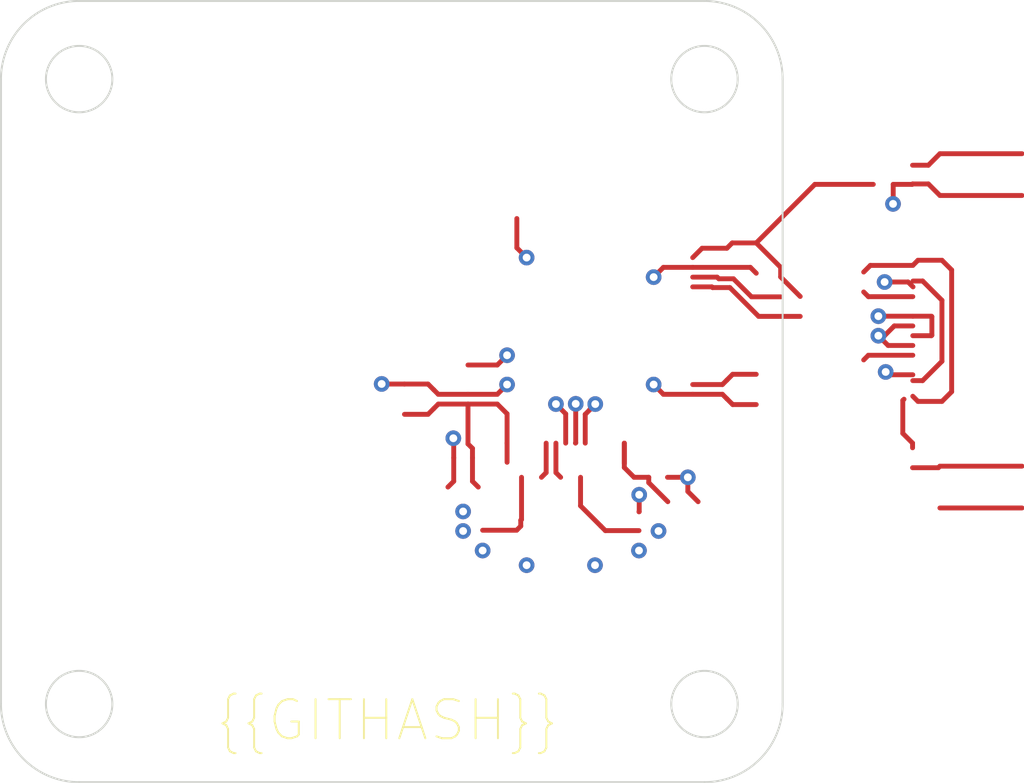
<source format=kicad_pcb>
(kicad_pcb
	(version 20240108)
	(generator "pcbnew")
	(generator_version "8.0")
	(general
		(thickness 1.6)
		(legacy_teardrops no)
	)
	(paper "A4")
	(layers
		(0 "F.Cu" signal)
		(31 "B.Cu" signal)
		(32 "B.Adhes" user "B.Adhesive")
		(33 "F.Adhes" user "F.Adhesive")
		(34 "B.Paste" user)
		(35 "F.Paste" user)
		(36 "B.SilkS" user "B.Silkscreen")
		(37 "F.SilkS" user "F.Silkscreen")
		(38 "B.Mask" user)
		(39 "F.Mask" user)
		(40 "Dwgs.User" user "User.Drawings")
		(41 "Cmts.User" user "User.Comments")
		(42 "Eco1.User" user "User.Eco1")
		(43 "Eco2.User" user "User.Eco2")
		(44 "Edge.Cuts" user)
		(45 "Margin" user)
		(46 "B.CrtYd" user "B.Courtyard")
		(47 "F.CrtYd" user "F.Courtyard")
		(48 "B.Fab" user)
		(49 "F.Fab" user)
		(50 "User.1" user)
		(51 "User.2" user)
		(52 "User.3" user)
		(53 "User.4" user)
		(54 "User.5" user)
		(55 "User.6" user)
		(56 "User.7" user)
		(57 "User.8" user)
		(58 "User.9" user)
	)
	(setup
		(stackup
			(layer "F.SilkS"
				(type "Top Silk Screen")
			)
			(layer "F.Paste"
				(type "Top Solder Paste")
			)
			(layer "F.Mask"
				(type "Top Solder Mask")
				(thickness 0.01)
			)
			(layer "F.Cu"
				(type "copper")
				(thickness 0.035)
			)
			(layer "dielectric 1"
				(type "core")
				(thickness 1.51)
				(material "FR4")
				(epsilon_r 4.5)
				(loss_tangent 0.02)
			)
			(layer "B.Cu"
				(type "copper")
				(thickness 0.035)
			)
			(layer "B.Mask"
				(type "Bottom Solder Mask")
				(thickness 0.01)
			)
			(layer "B.Paste"
				(type "Bottom Solder Paste")
			)
			(layer "B.SilkS"
				(type "Bottom Silk Screen")
			)
			(copper_finish "None")
			(dielectric_constraints no)
		)
		(pad_to_mask_clearance 0)
		(allow_soldermask_bridges_in_footprints no)
		(pcbplotparams
			(layerselection 0x00010fc_ffffffff)
			(plot_on_all_layers_selection 0x0000000_00000000)
			(disableapertmacros no)
			(usegerberextensions no)
			(usegerberattributes yes)
			(usegerberadvancedattributes yes)
			(creategerberjobfile yes)
			(dashed_line_dash_ratio 12.000000)
			(dashed_line_gap_ratio 3.000000)
			(svgprecision 4)
			(plotframeref no)
			(viasonmask no)
			(mode 1)
			(useauxorigin no)
			(hpglpennumber 1)
			(hpglpenspeed 20)
			(hpglpendiameter 15.000000)
			(pdf_front_fp_property_popups yes)
			(pdf_back_fp_property_popups yes)
			(dxfpolygonmode yes)
			(dxfimperialunits yes)
			(dxfusepcbnewfont yes)
			(psnegative no)
			(psa4output no)
			(plotreference yes)
			(plotvalue yes)
			(plotfptext yes)
			(plotinvisibletext no)
			(sketchpadsonfab no)
			(subtractmaskfromsilk no)
			(outputformat 1)
			(mirror no)
			(drillshape 1)
			(scaleselection 1)
			(outputdirectory "")
		)
	)
	(net 0 "")
	(gr_circle
		(center 133.352 82.11)
		(end 135.052 82.11)
		(stroke
			(width 0.1)
			(type solid)
		)
		(fill none)
		(layer "Edge.Cuts")
		(uuid "019c0a6d-9bb8-42f8-8584-8f200b71a27b")
	)
	(gr_circle
		(center 165.352 114.11)
		(end 167.052 114.11)
		(stroke
			(width 0.1)
			(type solid)
		)
		(fill none)
		(layer "Edge.Cuts")
		(uuid "097c55d3-ce7a-4886-a7db-9a4e9fcd0127")
	)
	(gr_circle
		(center 165.352 82.11)
		(end 167.052 82.11)
		(stroke
			(width 0.1)
			(type solid)
		)
		(fill none)
		(layer "Edge.Cuts")
		(uuid "0e8e5788-23b0-4e0e-993f-a94957498ae3")
	)
	(gr_arc
		(start 169.352 114.11)
		(mid 168.180427 116.938427)
		(end 165.352 118.11)
		(stroke
			(width 0.1)
			(type solid)
		)
		(layer "Edge.Cuts")
		(uuid "178364bc-250e-4a39-b0ba-4262bbac4b46")
	)
	(gr_arc
		(start 133.352 118.11)
		(mid 130.523573 116.938427)
		(end 129.352 114.11)
		(stroke
			(width 0.1)
			(type solid)
		)
		(layer "Edge.Cuts")
		(uuid "3d8baf97-c836-4397-867c-23e52ff05ce1")
	)
	(gr_line
		(start 169.352 114.11)
		(end 169.352 82.11)
		(stroke
			(width 0.1)
			(type solid)
		)
		(layer "Edge.Cuts")
		(uuid "871dfad9-a85d-42ce-9d2d-6520fae7f4c4")
	)
	(gr_line
		(start 129.352 82.11)
		(end 129.352 114.11)
		(stroke
			(width 0.1)
			(type solid)
		)
		(layer "Edge.Cuts")
		(uuid "8baef1cd-8e58-474a-b843-199aa0080763")
	)
	(gr_arc
		(start 165.352 78.11)
		(mid 168.180427 79.281573)
		(end 169.352 82.11)
		(stroke
			(width 0.1)
			(type solid)
		)
		(layer "Edge.Cuts")
		(uuid "a7e36be5-cc10-4aad-836f-bde309666136")
	)
	(gr_line
		(start 165.352 78.11)
		(end 133.352 78.11)
		(stroke
			(width 0.1)
			(type solid)
		)
		(layer "Edge.Cuts")
		(uuid "b80e33ff-046b-4986-bc0d-6bc4865afc31")
	)
	(gr_arc
		(start 129.352 82.11)
		(mid 130.523573 79.281573)
		(end 133.352 78.11)
		(stroke
			(width 0.1)
			(type solid)
		)
		(layer "Edge.Cuts")
		(uuid "cf226ff4-3173-434d-8c9b-3129470c1ce4")
	)
	(gr_circle
		(center 133.352 114.11)
		(end 135.052 114.11)
		(stroke
			(width 0.1)
			(type solid)
		)
		(fill none)
		(layer "Edge.Cuts")
		(uuid "d6648504-8f45-4127-8704-34acfec9c9a4")
	)
	(gr_line
		(start 133.352 118.11)
		(end 165.352 118.11)
		(stroke
			(width 0.1)
			(type solid)
		)
		(layer "Edge.Cuts")
		(uuid "e1f36007-0f9d-4dc5-ae43-6b056652526f")
	)
	(gr_text "{{GITHASH}}"
		(at 140.240427 116.111573 0)
		(layer "F.SilkS")
		(uuid "d894e23f-c5ed-4336-947e-ac38e533f04c")
		(effects
			(font
				(size 2 2)
				(thickness 0.1)
			)
			(justify left bottom)
		)
	)
	(segment
		(start 164.5 102.5)
		(end 164.5 103.225)
		(width 0.25)
		(layer "F.Cu")
		(net 1)
		(uuid "07b2603c-8f8f-472b-adf0-abcfefa0ecf2")
	)
	(segment
		(start 178 98.117805)
		(end 177.502805 98.615)
		(width 0.25)
		(layer "F.Cu")
		(net 1)
		(uuid "0dff5335-2848-4788-8fa1-16d958cc3dc7")
	)
	(segment
		(start 164.75 91.75)
		(end 163.25 91.75)
		(width 0.25)
		(layer "F.Cu")
		(net 1)
		(uuid "0f316a71-73d8-47fa-8248-8d92a45c7388")
	)
	(segment
		(start 176.81 86.52)
		(end 177.4 85.93)
		(width 0.25)
		(layer "F.Cu")
		(net 1)
		(uuid "103697b6-8b78-4c3a-8ac2-6c7a765b123f")
	)
	(segment
		(start 173.84 91.65)
		(end 176.0125 91.65)
		(width 0.25)
		(layer "F.Cu")
		(net 1)
		(uuid "1359c80d-15cd-43ef-9ee4-184f40a6666a")
	)
	(segment
		(start 163.25 91.75)
		(end 162.75 92.25)
		(width 0.25)
		(layer "F.Cu")
		(net 1)
		(uuid "1c17d04d-8127-49f9-a341-2df4deca0a2b")
	)
	(segment
		(start 177.502805 91.385)
		(end 178 91.882195)
		(width 0.25)
		(layer "F.Cu")
		(net 1)
		(uuid "226b7b0a-2832-4ac8-901c-f7f17e36d1a9")
	)
	(segment
		(start 166.5 98.48)
		(end 166.27 98.25)
		(width 0.25)
		(layer "F.Cu")
		(net 1)
		(uuid "31ad48a8-424f-4198-957d-e1ea4921f320")
	)
	(segment
		(start 176 100.75)
		(end 175.5 100.25)
		(width 0.25)
		(layer "F.Cu")
		(net 1)
		(uuid "35929f6b-1aca-49f5-b16b-150b3d0351cb")
	)
	(segment
		(start 176.2775 91.385)
		(end 177.502805 91.385)
		(width 0.25)
		(layer "F.Cu")
		(net 1)
		(uuid "3c52dcdb-45b1-4ae6-a7e3-1b10a636a5dc")
	)
	(segment
		(start 162.011841 104.258159)
		(end 162 104.27)
		(width 0.25)
		(layer "F.Cu")
		(net 1)
		(uuid "4277bebf-b68a-4550-a130-bf2fcc9a06a4")
	)
	(segment
		(start 176 86.52)
		(end 176.81 86.52)
		(width 0.25)
		(layer "F.Cu")
		(net 1)
		(uuid "43a75c4a-00e1-4629-a29e-a4a3833666b6")
	)
	(segment
		(start 163.25 98.25)
		(end 164.75 98.25)
		(width 0.25)
		(layer "F.Cu")
		(net 1)
		(uuid "4837c547-f409-4d7c-8d76-8efe89445e2f")
	)
	(segment
		(start 162.011841 103.393788)
		(end 162.011841 104.258159)
		(width 0.25)
		(layer "F.Cu")
		(net 1)
		(uuid "4a52b7e8-5b1a-43b6-85e7-5cb9cd06bd3e")
	)
	(segment
		(start 164.75 91.75)
		(end 167.7 91.75)
		(width 0.25)
		(layer "F.Cu")
		(net 1)
		(uuid "4b4d1f9d-0d88-404d-8cef-ac24f1377e5a")
	)
	(segment
		(start 177.502805 98.615)
		(end 176.2775 98.615)
		(width 0.25)
		(layer "F.Cu")
		(net 1)
		(uuid "52f9d3bd-6ecd-49f1-8194-7227e1018415")
	)
	(segment
		(start 148.838265 97.725)
		(end 148.833038 97.719773)
		(width 0.25)
		(layer "F.Cu")
		(net 1)
		(uuid "54c964be-aae6-43b7-9543-66c50251b1ba")
	)
	(segment
		(start 175.5 98.5625)
		(end 175.5625 98.5)
		(width 0.25)
		(layer "F.Cu")
		(net 1)
		(uuid "5f169169-19d4-42eb-8011-446897b6b1d6")
	)
	(segment
		(start 151.205 97.725)
		(end 151.5 98.02)
		(width 0.25)
		(layer "F.Cu")
		(net 1)
		(uuid "61b02d68-57d9-4d3a-9899-9b43c220188d")
	)
	(segment
		(start 154.75 98.25)
		(end 155.25 97.75)
		(width 0.25)
		(layer "F.Cu")
		(net 1)
		(uuid "643c0a82-9ff5-469f-9030-a139c2f37a24")
	)
	(segment
		(start 166.27 98.25)
		(end 164.75 98.25)
		(width 0.25)
		(layer "F.Cu")
		(net 1)
		(uuid "665c1aa0-fd84-489c-8bc0-3bdecb29621b")
	)
	(segment
		(start 153.25 98.25)
		(end 154.75 98.25)
		(width 0.25)
		(layer "F.Cu")
		(net 1)
		(uuid "72fe5c8a-7639-4184-ab5a-67662bd39dfe")
	)
	(segment
		(start 167.7 91.75)
		(end 168 92.05)
		(width 0.25)
		(layer "F.Cu")
		(net 1)
		(uuid "887a65a0-1a0d-4ce0-a7b9-5e04599663ce")
	)
	(segment
		(start 152.52 102.705)
		(end 152.225 103)
		(width 0.25)
		(layer "F.Cu")
		(net 1)
		(uuid "9270e00d-3ac2-4d55-b696-fcae823c3ef5")
	)
	(segment
		(start 163.46 102.5)
		(end 164.5 102.5)
		(width 0.25)
		(layer "F.Cu")
		(net 1)
		(uuid "9461f57e-a7a1-435f-a076-3af632c3ddd0")
	)
	(segment
		(start 152.52 101.5)
		(end 152.52 102.705)
		(width 0.25)
		(layer "F.Cu")
		(net 1)
		(uuid "a55610e6-3016-4169-a6aa-205e1f2b12f2")
	)
	(segment
		(start 176 100.99)
		(end 176 100.75)
		(width 0.25)
		(layer "F.Cu")
		(net 1)
		(uuid "a78bfacf-f5f3-4e3c-986e-ede69b423c2c")
	)
	(segment
		(start 181.6 85.93)
		(end 177.4 85.93)
		(width 0.25)
		(layer "F.Cu")
		(net 1)
		(uuid "b10b838d-b225-4f0f-9aa6-bc4bf7677e94")
	)
	(segment
		(start 155.75 90.75)
		(end 156.25 91.25)
		(width 0.25)
		(layer "F.Cu")
		(net 1)
		(uuid "b5251ebe-b927-4024-b264-1f97aefbee77")
	)
	(segment
		(start 152.52 101.5)
		(end 152.52 100.52)
		(width 0.25)
		(layer "F.Cu")
		(net 1)
		(uuid "b94ba8a0-3e2a-4497-b527-75998830ba61")
	)
	(segment
		(start 150 97.725)
		(end 148.838265 97.725)
		(width 0.25)
		(layer "F.Cu")
		(net 1)
		(uuid "bb139acf-685e-4736-ad4d-a212e460be1d")
	)
	(segment
		(start 155.75 89.25)
		(end 155.75 90.75)
		(width 0.25)
		(layer "F.Cu")
		(net 1)
		(uuid "c34ea6eb-cfc1-4ade-ab4f-023f0f109ed9")
	)
	(segment
		(start 151.73 98.25)
		(end 151.5 98.02)
		(width 0.25)
		(layer "F.Cu")
		(net 1)
		(uuid "c573311c-bc94-4caa-8be6-8cea75175e43")
	)
	(segment
		(start 175.5 100.25)
		(end 175.5 98.5625)
		(width 0.25)
		(layer "F.Cu")
		(net 1)
		(uuid "c5d96f81-9672-45bd-88c4-22f56ea8bf48")
	)
	(segment
		(start 162.75 97.75)
		(end 163.25 98.25)
		(width 0.25)
		(layer "F.Cu")
		(net 1)
		(uuid "ca92d0a0-1eb1-4753-b13b-d4447fabb9bb")
	)
	(segment
		(start 176.2775 98.615)
		(end 176.0125 98.35)
		(width 0.25)
		(layer "F.Cu")
		(net 1)
		(uuid "cc4b3a96-b431-4949-bf33-be8021f0f73e")
	)
	(segment
		(start 173.5 91.99)
		(end 173.84 91.65)
		(width 0.25)
		(layer "F.Cu")
		(net 1)
		(uuid "cfe4233b-a083-456d-ae4b-e0dd83032104")
	)
	(segment
		(start 166.795 98.775)
		(end 166.5 98.48)
		(width 0.25)
		(layer "F.Cu")
		(net 1)
		(uuid "d47ecf30-0a0f-4729-bf47-f1039857e2f9")
	)
	(segment
		(start 153.25 98.25)
		(end 151.73 98.25)
		(width 0.25)
		(layer "F.Cu")
		(net 1)
		(uuid "d4ec5fce-5275-42db-a077-7c6c75f7df92")
	)
	(segment
		(start 150 97.725)
		(end 151.205 97.725)
		(width 0.25)
		(layer "F.Cu")
		(net 1)
		(uuid "d969c4e6-0233-4413-bf85-e556f46efd79")
	)
	(segment
		(start 176.0125 91.65)
		(end 176.2775 91.385)
		(width 0.25)
		(layer "F.Cu")
		(net 1)
		(uuid "ee4b65ce-806d-4d53-89cb-5246b7f02091")
	)
	(segment
		(start 152.52 100.52)
		(end 152.5 100.5)
		(width 0.25)
		(layer "F.Cu")
		(net 1)
		(uuid "f3091eff-0703-4133-b6f2-0826c3060f3a")
	)
	(segment
		(start 164.5 103.225)
		(end 165.025 103.75)
		(width 0.25)
		(layer "F.Cu")
		(net 1)
		(uuid "f6234a2c-d285-4f0e-a0c5-ef7b67649eb7")
	)
	(segment
		(start 178 91.882195)
		(end 178 98.117805)
		(width 0.25)
		(layer "F.Cu")
		(net 1)
		(uuid "f9e30c7a-2fe9-4105-922a-59cc5367cd27")
	)
	(segment
		(start 168 98.775)
		(end 166.795 98.775)
		(width 0.25)
		(layer "F.Cu")
		(net 1)
		(uuid "fd739561-7bc3-40c7-9eee-9a31bcb0467c")
	)
	(via
		(at 152.5 100.5)
		(size 0.8)
		(drill 0.4)
		(layers "F.Cu" "B.Cu")
		(net 1)
		(uuid "339da688-0053-45d1-b922-447fef32b59d")
	)
	(via
		(at 164.5 102.5)
		(size 0.8)
		(drill 0.4)
		(layers "F.Cu" "B.Cu")
		(net 1)
		(uuid "41dd6fda-9047-4f9b-bef6-ad9c5175d163")
	)
	(via
		(at 163 105.25)
		(size 0.8)
		(drill 0.4)
		(layers "F.Cu" "B.Cu")
		(net 1)
		(uuid "508f3601-5ba5-4fce-9e59-5f63d591715c")
	)
	(via
		(at 162.75 92.25)
		(size 0.8)
		(drill 0.4)
		(layers "F.Cu" "B.Cu")
		(net 1)
		(uuid "640d2700-79ca-4dea-915a-4958ba2efe09")
	)
	(via
		(at 154 106.25)
		(size 0.8)
		(drill 0.4)
		(layers "F.Cu" "B.Cu")
		(net 1)
		(uuid "6b2ddc78-19a6-4811-91b5-8ead0552413c")
	)
	(via
		(at 155.25 97.75)
		(size 0.8)
		(drill 0.4)
		(layers "F.Cu" "B.Cu")
		(net 1)
		(uuid "743e21fb-78b3-47db-b7df-5ed6ba364497")
	)
	(via
		(at 153 104.25)
		(size 0.8)
		(drill 0.4)
		(layers "F.Cu" "B.Cu")
		(net 1)
		(uuid "93dee82d-2c27-4b34-a5c1-1037f9a0b319")
	)
	(via
		(at 159.75 107)
		(size 0.8)
		(drill 0.4)
		(layers "F.Cu" "B.Cu")
		(net 1)
		(uuid "9c5f75f0-11b2-4185-91ad-9c48113769b1")
	)
	(via
		(at 153 105.25)
		(size 0.8)
		(drill 0.4)
		(layers "F.Cu" "B.Cu")
		(net 1)
		(uuid "a54677f3-1d83-452f-b7c3-fc4fc36030e6")
	)
	(via
		(at 148.833038 97.719773)
		(size 0.8)
		(drill 0.4)
		(layers "F.Cu" "B.Cu")
		(net 1)
		(uuid "a5e4afd7-ac9b-4c0b-8d55-6c1fc1008a99")
	)
	(via
		(at 156.25 91.25)
		(size 0.8)
		(drill 0.4)
		(layers "F.Cu" "B.Cu")
		(net 1)
		(uuid "c336bcb4-5503-460a-b16e-bfcfe611a676")
	)
	(via
		(at 162.011841 103.393788)
		(size 0.8)
		(drill 0.4)
		(layers "F.Cu" "B.Cu")
		(net 1)
		(uuid "da81ad7c-58e0-4a38-b3b1-ecd624058f46")
	)
	(via
		(at 162.75 97.75)
		(size 0.8)
		(drill 0.4)
		(layers "F.Cu" "B.Cu")
		(net 1)
		(uuid "e59e2a26-0bcf-4b70-bd06-40c2403c1daf")
	)
	(via
		(at 162 106.25)
		(size 0.8)
		(drill 0.4)
		(layers "F.Cu" "B.Cu")
		(net 1)
		(uuid "e7711d89-ba4a-4923-9820-7e17405e51d9")
	)
	(via
		(at 156.25 107)
		(size 0.8)
		(drill 0.4)
		(layers "F.Cu" "B.Cu")
		(net 1)
		(uuid "e9a436ee-a70d-4d73-8d07-15c260b14df0")
	)
	(segment
		(start 159.487653 99.025081)
		(end 159.487653 99.037652)
		(width 0.25)
		(layer "F.Cu")
		(net 2)
		(uuid "30b58885-c8aa-4e93-a632-f4bc9d3cb9e9")
	)
	(segment
		(start 159.762573 98.750161)
		(end 159.487653 99.025081)
		(width 0.25)
		(layer "F.Cu")
		(net 2)
		(uuid "5e6067d0-d20f-49a8-8190-b0e01e6b3372")
	)
	(segment
		(start 159.487653 99.037652)
		(end 159.25 99.275305)
		(width 0.25)
		(layer "F.Cu")
		(net 2)
		(uuid "7b27fa27-8a36-4a26-a9aa-ecf809e26088")
	)
	(segment
		(start 159.25 99.275305)
		(end 159.25 100.75)
		(width 0.25)
		(layer "F.Cu")
		(net 2)
		(uuid "d5455fda-6e96-473d-9b4f-56902e01d841")
	)
	(via
		(at 159.762573 98.750161)
		(size 0.8)
		(drill 0.4)
		(layers "F.Cu" "B.Cu")
		(net 2)
		(uuid "aedf34f7-a1a8-4538-949b-87d85106a006")
	)
	(segment
		(start 176 87.48)
		(end 176.81 87.48)
		(width 0.25)
		(layer "F.Cu")
		(net 3)
		(uuid "047d3e23-6af2-49f5-85b5-013d4a5fd529")
	)
	(segment
		(start 175.98 87.5)
		(end 176 87.48)
		(width 0.25)
		(layer "F.Cu")
		(net 3)
		(uuid "135fbc09-1b63-49eb-82db-5a161a99315f")
	)
	(segment
		(start 175.01 87.5)
		(end 175.98 87.5)
		(width 0.25)
		(layer "F.Cu")
		(net 3)
		(uuid "163b3cba-918a-4272-aace-c869a4a97150")
	)
	(segment
		(start 158.25 99.25)
		(end 158.25 100.75)
		(width 0.25)
		(layer "F.Cu")
		(net 3)
		(uuid "1dfcf8da-170b-4046-9a9a-0a720ec9adf0")
	)
	(segment
		(start 176.81 87.48)
		(end 177.4 88.07)
		(width 0.25)
		(layer "F.Cu")
		(net 3)
		(uuid "50d19320-13ba-4535-934d-83ff1be01791")
	)
	(segment
		(start 157.75 98.75)
		(end 158.25 99.25)
		(width 0.25)
		(layer "F.Cu")
		(net 3)
		(uuid "6ce3f064-bb3f-476b-868f-9764dd3568a5")
	)
	(segment
		(start 175.01 87.5)
		(end 175.01 88.49)
		(width 0.25)
		(layer "F.Cu")
		(net 3)
		(uuid "7903287a-a4b9-44e5-ae6f-121635f1d6fb")
	)
	(segment
		(start 175.01 88.49)
		(end 175 88.5)
		(width 0.25)
		(layer "F.Cu")
		(net 3)
		(uuid "949eb4c8-baa0-47ee-80f6-4589f8cf7b6a")
	)
	(segment
		(start 181.6 88.07)
		(end 177.4 88.07)
		(width 0.25)
		(layer "F.Cu")
		(net 3)
		(uuid "aff47a55-532d-45b5-a8a0-24fe27391c37")
	)
	(via
		(at 157.75 98.75)
		(size 0.8)
		(drill 0.4)
		(layers "F.Cu" "B.Cu")
		(net 3)
		(uuid "6e15b815-2d5c-41dc-8e6d-2114cc37ae7e")
	)
	(via
		(at 175 88.5)
		(size 0.8)
		(drill 0.4)
		(layers "F.Cu" "B.Cu")
		(net 3)
		(uuid "abb90247-3a57-4967-b80c-f8636e3cbfee")
	)
	(segment
		(start 181.6 101.93)
		(end 177.4 101.93)
		(width 0.25)
		(layer "F.Cu")
		(net 4)
		(uuid "07375577-9cf6-4a63-be48-d5a33f288b03")
	)
	(segment
		(start 154.75 96.75)
		(end 155.25 96.25)
		(width 0.25)
		(layer "F.Cu")
		(net 4)
		(uuid "58ef8664-0625-4413-b949-5f220ed2aa47")
	)
	(segment
		(start 177.32 102.01)
		(end 177.4 101.93)
		(width 0.25)
		(layer "F.Cu")
		(net 4)
		(uuid "6f9b2396-e313-442d-a018-62d19157639a")
	)
	(segment
		(start 176 102.01)
		(end 177.32 102.01)
		(width 0.25)
		(layer "F.Cu")
		(net 4)
		(uuid "77e6191a-2106-45b3-a928-dd5299758721")
	)
	(segment
		(start 153.25 96.75)
		(end 154.75 96.75)
		(width 0.25)
		(layer "F.Cu")
		(net 4)
		(uuid "e4656480-e733-4ddf-91ef-a05f9cdb1ec6")
	)
	(via
		(at 155.25 96.25)
		(size 0.8)
		(drill 0.4)
		(layers "F.Cu" "B.Cu")
		(net 4)
		(uuid "d287c8e8-4a13-40fd-b6d6-e474bd4f120b")
	)
	(segment
		(start 159.01 102.5)
		(end 159.01 103.96)
		(width 0.25)
		(layer "F.Cu")
		(net 5)
		(uuid "101f8b17-a147-4a29-b47a-ee20ed36b14d")
	)
	(segment
		(start 157.99 102.5)
		(end 157.75 102.26)
		(width 0.25)
		(layer "F.Cu")
		(net 5)
		(uuid "12dcbd08-cf72-4155-8d22-2629f3b7be0b")
	)
	(segment
		(start 160.28 105.23)
		(end 160.05 105)
		(width 0.25)
		(layer "F.Cu")
		(net 5)
		(uuid "2674397f-e156-4816-83e6-199264282506")
	)
	(segment
		(start 157.75 102.26)
		(end 157.75 100.75)
		(width 0.25)
		(layer "F.Cu")
		(net 5)
		(uuid "d9bc00f6-4123-4f93-a098-df3653dc821a")
	)
	(segment
		(start 162 105.23)
		(end 160.28 105.23)
		(width 0.25)
		(layer "F.Cu")
		(net 5)
		(uuid "fe696ca6-d596-4415-98d2-bbcb0760d19c")
	)
	(segment
		(start 159.01 103.96)
		(end 160.05 105)
		(width 0.25)
		(layer "F.Cu")
		(net 5)
		(uuid "ffcbc099-0d23-4888-a8e1-b858e75afe59")
	)
	(segment
		(start 158.762653 98.737347)
		(end 158.762653 100.737347)
		(width 0.25)
		(layer "F.Cu")
		(net 6)
		(uuid "c402ce14-57a8-4ca4-9b08-79025a57de2e")
	)
	(segment
		(start 158.762653 100.737347)
		(end 158.75 100.75)
		(width 0.25)
		(layer "F.Cu")
		(net 6)
		(uuid "cd7f6034-b5b4-48a3-bcce-c0f97fe6ac40")
	)
	(via
		(at 158.762653 98.737347)
		(size 0.8)
		(drill 0.4)
		(layers "F.Cu" "B.Cu")
		(net 6)
		(uuid "31f8acd9-7d24-484f-8537-5a05ee8894ec")
	)
	(segment
		(start 161.75 102.5)
		(end 162.5 102.5)
		(width 0.25)
		(layer "F.Cu")
		(net 7)
		(uuid "00548281-7002-4de1-8c58-7a292cd84e48")
	)
	(segment
		(start 161.25 100.75)
		(end 161.25 101.8)
		(width 0.25)
		(layer "F.Cu")
		(net 7)
		(uuid "0dc489f5-9598-43f3-817b-208473f77770")
	)
	(segment
		(start 163.475 103.75)
		(end 162.5 102.775)
		(width 0.25)
		(layer "F.Cu")
		(net 7)
		(uuid "28aca550-9831-4eae-837d-940fe23f16aa")
	)
	(segment
		(start 161.25 102)
		(end 161.75 102.5)
		(width 0.25)
		(layer "F.Cu")
		(net 7)
		(uuid "568ad176-1574-4a7d-bc59-7e3c8871a5c5")
	)
	(segment
		(start 161.25 100.75)
		(end 161.25 102)
		(width 0.25)
		(layer "F.Cu")
		(net 7)
		(uuid "6812d9bc-e55a-4b2e-a5f7-083af51766d1")
	)
	(segment
		(start 162.5 102.775)
		(end 162.5 102.5)
		(width 0.25)
		(layer "F.Cu")
		(net 7)
		(uuid "71e5a293-3f69-44ab-b03d-9ec7eb0a1e00")
	)
	(segment
		(start 177.502805 96.559695)
		(end 177.502805 93.43561)
		(width 0.25)
		(layer "F.Cu")
		(net 8)
		(uuid "13ddbee1-41d0-4fa4-b7cc-c4bf81a8d36a")
	)
	(segment
		(start 174.768662 97.25)
		(end 176.0125 97.25)
		(width 0.25)
		(layer "F.Cu")
		(net 8)
		(uuid "16d96595-45d3-47f4-bb3b-9fe8cf0c8b41")
	)
	(segment
		(start 176.517195 92.45)
		(end 176.0225 92.45)
		(width 0.25)
		(layer "F.Cu")
		(net 8)
		(uuid "1f6cbea4-4fee-4790-8ee2-97224567d258")
	)
	(segment
		(start 174.569539 92.5)
		(end 175.7725 92.5)
		(width 0.25)
		(layer "F.Cu")
		(net 8)
		(uuid "6f0fce11-8c1c-4aab-8e84-7b6caa092d8d")
	)
	(segment
		(start 176.0125 97.55)
		(end 176.5125 97.55)
		(width 0.25)
		(layer "F.Cu")
		(net 8)
		(uuid "7e4d2db0-14a8-42fa-b866-2eed21550f5b")
	)
	(segment
		(start 174.62379 97.105128)
		(end 174.768662 97.25)
		(width 0.25)
		(layer "F.Cu")
		(net 8)
		(uuid "8ac0ac8b-43ef-4e8b-9886-240e3f51fa58")
	)
	(segment
		(start 175.7725 92.5)
		(end 176.0225 92.75)
		(width 0.25)
		(layer "F.Cu")
		(net 8)
		(uuid "a616e0c2-518d-4b75-b2c1-19694489967d")
	)
	(segment
		(start 177.502805 93.43561)
		(end 176.517195 92.45)
		(width 0.25)
		(layer "F.Cu")
		(net 8)
		(uuid "a964605b-28ea-4814-a29a-0700c453409c")
	)
	(segment
		(start 176.5125 97.55)
		(end 177.502805 96.559695)
		(width 0.25)
		(layer "F.Cu")
		(net 8)
		(uuid "fb4654fb-f103-407e-ad90-5dd90427ff6e")
	)
	(via
		(at 174.569539 92.5)
		(size 0.8)
		(drill 0.4)
		(layers "F.Cu" "B.Cu")
		(net 8)
		(uuid "48191813-b06f-41dc-bb7c-f41cc9d463e3")
	)
	(via
		(at 174.62379 97.105128)
		(size 0.8)
		(drill 0.4)
		(layers "F.Cu" "B.Cu")
		(net 8)
		(uuid "6ca3d59f-68cb-48d6-9e94-1518b1f49ea7")
	)
	(segment
		(start 157.01 102.5)
		(end 157.25 102.26)
		(width 0.25)
		(layer "F.Cu")
		(net 9)
		(uuid "399c8dd2-3447-4c2f-980e-543c90da105f")
	)
	(segment
		(start 157.25 102.26)
		(end 157.25 100.75)
		(width 0.25)
		(layer "F.Cu")
		(net 9)
		(uuid "7110a062-6dd5-474a-b721-224b77848d19")
	)
	(segment
		(start 173.74 93.25)
		(end 173.5 93.01)
		(width 0.25)
		(layer "F.Cu")
		(net 10)
		(uuid "2c48e7aa-1812-4475-b4a9-0e9ecc414c5e")
	)
	(segment
		(start 176.0125 93.25)
		(end 173.74 93.25)
		(width 0.25)
		(layer "F.Cu")
		(net 10)
		(uuid "3bd9f068-dff9-456b-a912-841b2c34542e")
	)
	(segment
		(start 176.0125 96.25)
		(end 173.74 96.25)
		(width 0.25)
		(layer "F.Cu")
		(net 11)
		(uuid "1794cd0d-6c56-4831-ad71-ec23e1cb3ac1")
	)
	(segment
		(start 173.74 96.25)
		(end 173.5 96.49)
		(width 0.25)
		(layer "F.Cu")
		(net 11)
		(uuid "8c801ecc-bcad-4251-9df1-3172f8545bc7")
	)
	(segment
		(start 176.0125 95.25)
		(end 176.9625 95.25)
		(width 0.25)
		(layer "F.Cu")
		(net 12)
		(uuid "196b4340-a51f-4344-90d5-a399011a37a7")
	)
	(segment
		(start 176.9625 95.25)
		(end 176.9875 95.225)
		(width 0.25)
		(layer "F.Cu")
		(net 12)
		(uuid "5c113b1d-7420-461f-b30b-eec7367fe394")
	)
	(segment
		(start 174.25 94.25)
		(end 176.0125 94.25)
		(width 0.25)
		(layer "F.Cu")
		(net 12)
		(uuid "7e8e2cd6-56f1-4b2b-b436-b6c2bc695341")
	)
	(segment
		(start 176.9625 94.25)
		(end 176.0125 94.25)
		(width 0.25)
		(layer "F.Cu")
		(net 12)
		(uuid "b13d654f-1174-4eb2-8f53-069b2d3383c4")
	)
	(segment
		(start 176.9875 94.275)
		(end 176.9625 94.25)
		(width 0.25)
		(layer "F.Cu")
		(net 12)
		(uuid "c719652f-eebc-4680-b277-e7f575206432")
	)
	(segment
		(start 176.9875 95.225)
		(end 176.9875 94.275)
		(width 0.25)
		(layer "F.Cu")
		(net 12)
		(uuid "ef6e1fbb-61b5-44d1-b275-f79b55ec1796")
	)
	(via
		(at 174.25 94.25)
		(size 0.8)
		(drill 0.4)
		(layers "F.Cu" "B.Cu")
		(net 12)
		(uuid "c7009173-628a-4999-a99a-bb57362a4291")
	)
	(segment
		(start 174.75 95.75)
		(end 174.25 95.25)
		(width 0.25)
		(layer "F.Cu")
		(net 13)
		(uuid "0668ca08-2d3c-49d6-89f8-856de082eba2")
	)
	(segment
		(start 176.0125 95.75)
		(end 174.75 95.75)
		(width 0.25)
		(layer "F.Cu")
		(net 13)
		(uuid "4ebcf7d4-360f-49f0-bc03-ad1fcf2b8d50")
	)
	(segment
		(start 175.0625 94.75)
		(end 176.0125 94.75)
		(width 0.25)
		(layer "F.Cu")
		(net 13)
		(uuid "b6dc42f8-97fd-4bfa-acee-fedade5f5e61")
	)
	(segment
		(start 174.5625 95.25)
		(end 175.0625 94.75)
		(width 0.25)
		(layer "F.Cu")
		(net 13)
		(uuid "b7751afb-01c9-4059-88e7-bc8bc337246e")
	)
	(segment
		(start 174.25 95.25)
		(end 174.5625 95.25)
		(width 0.25)
		(layer "F.Cu")
		(net 13)
		(uuid "faed0af0-3620-421a-9559-d254eba3d9d7")
	)
	(via
		(at 174.25 95.25)
		(size 0.8)
		(drill 0.4)
		(layers "F.Cu" "B.Cu")
		(net 13)
		(uuid "059de6c8-071c-4e9f-9d2a-923cb6496a92")
	)
	(segment
		(start 154 105.21)
		(end 155.74 105.21)
		(width 0.25)
		(layer "F.Cu")
		(net 14)
		(uuid "98fad47a-13c1-4738-a72e-561876897ec6")
	)
	(segment
		(start 155.74 105.21)
		(end 155.95 105)
		(width 0.25)
		(layer "F.Cu")
		(net 14)
		(uuid "b3ee26e6-f716-4881-8324-00be87070f6f")
	)
	(segment
		(start 155.95 105)
		(end 155.95 104.7)
		(width 0.25)
		(layer "F.Cu")
		(net 14)
		(uuid "cce1ed05-7689-4bfa-ba68-a476f167f26e")
	)
	(segment
		(start 155.99 104.66)
		(end 155.99 102.5)
		(width 0.25)
		(layer "F.Cu")
		(net 14)
		(uuid "d41a5696-771d-47cd-9035-9d5cb6e6c183")
	)
	(segment
		(start 155.95 104.7)
		(end 155.99 104.66)
		(width 0.25)
		(layer "F.Cu")
		(net 14)
		(uuid "d6d88553-68cb-42b0-b31c-0a1823eff32f")
	)
	(segment
		(start 166.648604 92.785)
		(end 168.123604 94.26)
		(width 0.25)
		(layer "F.Cu")
		(net 15)
		(uuid "13fe6b75-ec5a-4c61-b49e-db38f25bd503")
	)
	(segment
		(start 165.728604 92.75)
		(end 165.763604 92.785)
		(width 0.25)
		(layer "F.Cu")
		(net 15)
		(uuid "16b551ec-d623-4cd4-81a7-bff37ca09d44")
	)
	(segment
		(start 164.75 92.75)
		(end 165.728604 92.75)
		(width 0.25)
		(layer "F.Cu")
		(net 15)
		(uuid "4e0858f3-2c59-4a58-a8de-ad1aa61f826c")
	)
	(segment
		(start 168.123604 94.26)
		(end 170.25 94.26)
		(width 0.25)
		(layer "F.Cu")
		(net 15)
		(uuid "58e2dd9e-1a0c-4d48-8b91-aa8c3d9fbf31")
	)
	(segment
		(start 165.763604 92.785)
		(end 166.648604 92.785)
		(width 0.25)
		(layer "F.Cu")
		(net 15)
		(uuid "6c291766-e0c2-4ba0-b23b-c6dbfd9982c7")
	)
	(segment
		(start 153.48 101.02)
		(end 153.25 100.79)
		(width 0.25)
		(layer "F.Cu")
		(net 16)
		(uuid "06fb9061-fb31-4ccb-b94b-521694d99ffc")
	)
	(segment
		(start 151.73 98.75)
		(end 151.5 98.98)
		(width 0.25)
		(layer "F.Cu")
		(net 16)
		(uuid "0b073632-6c6e-41d6-b853-4f8c3dd99f20")
	)
	(segment
		(start 150 99.275)
		(end 151.205 99.275)
		(width 0.25)
		(layer "F.Cu")
		(net 16)
		(uuid "2a31623c-b960-4671-87e7-1f137bb21aa9")
	)
	(segment
		(start 173.99 87.5)
		(end 171 87.5)
		(width 0.25)
		(layer "F.Cu")
		(net 16)
		(uuid "35e3ec84-caa8-4425-8002-68527ede6d96")
	)
	(segment
		(start 154.75 98.75)
		(end 153.25 98.75)
		(width 0.25)
		(layer "F.Cu")
		(net 16)
		(uuid "3fc90007-6df1-4ee6-9f37-4aa06d38e3c7")
	)
	(segment
		(start 153.48 101.5)
		(end 153.48 102.705)
		(width 0.25)
		(layer "F.Cu")
		(net 16)
		(uuid "4a29209b-a154-4f3c-a660-e3c20057c9a5")
	)
	(segment
		(start 151.205 99.275)
		(end 151.5 98.98)
		(width 0.25)
		(layer "F.Cu")
		(net 16)
		(uuid "5287894c-e098-4389-9be4-be1abc495cb7")
	)
	(segment
		(start 164.75 91.25)
		(end 165.23 90.77)
		(width 0.25)
		(layer "F.Cu")
		(net 16)
		(uuid "642da574-48fd-4a2e-9f77-d482f8bc19b5")
	)
	(segment
		(start 153.25 100.79)
		(end 153.25 98.75)
		(width 0.25)
		(layer "F.Cu")
		(net 16)
		(uuid "681d22a2-b8a2-4ce8-ae21-d6fb9e3cf68e")
	)
	(segment
		(start 169.25 92.24)
		(end 169.25 91.75)
		(width 0.25)
		(layer "F.Cu")
		(net 16)
		(uuid "74ef9f60-30f8-48a1-9f42-7c9de3c241b6")
	)
	(segment
		(start 165.23 90.77)
		(end 166.5 90.77)
		(width 0.25)
		(layer "F.Cu")
		(net 16)
		(uuid "81ff1ba9-03c0-43dc-a864-ec017572b7ac")
	)
	(segment
		(start 153.48 101.5)
		(end 153.48 101.02)
		(width 0.25)
		(layer "F.Cu")
		(net 16)
		(uuid "862b1316-12cb-442d-aeb4-beee47fa2c80")
	)
	(segment
		(start 181.6 104.07)
		(end 177.4 104.07)
		(width 0.25)
		(layer "F.Cu")
		(net 16)
		(uuid "86b67c4a-0ee2-40cb-b442-2d104323ffeb")
	)
	(segment
		(start 166.5 90.77)
		(end 166.77 90.5)
		(width 0.25)
		(layer "F.Cu")
		(net 16)
		(uuid "896fc349-e0ed-4062-bb24-626b3209cc94")
	)
	(segment
		(start 166.5 97.52)
		(end 166.27 97.75)
		(width 0.25)
		(layer "F.Cu")
		(net 16)
		(uuid "a0132629-9c08-46f9-a86b-6c4848b8c8e6")
	)
	(segment
		(start 168 97.225)
		(end 166.795 97.225)
		(width 0.25)
		(layer "F.Cu")
		(net 16)
		(uuid "a3b88915-a22b-4529-a464-d34a1e71676d")
	)
	(segment
		(start 170.25 93.24)
		(end 169.25 92.24)
		(width 0.25)
		(layer "F.Cu")
		(net 16)
		(uuid "aa2ba0f9-d0e6-46da-a877-633111d56e2f")
	)
	(segment
		(start 166.27 97.75)
		(end 164.75 97.75)
		(width 0.25)
		(layer "F.Cu")
		(net 16)
		(uuid "b289ea86-5143-44e3-ad1a-171392710974")
	)
	(segment
		(start 155.25 100.75)
		(end 155.25 99.25)
		(width 0.25)
		(layer "F.Cu")
		(net 16)
		(uuid "c0c14e9d-48db-4108-b94e-6b96fa320dca")
	)
	(segment
		(start 166.77 90.5)
		(end 168 90.5)
		(width 0.25)
		(layer "F.Cu")
		(net 16)
		(uuid "c4ac89b2-5f12-4002-9beb-bc7d1e8cd4cb")
	)
	(segment
		(start 153.25 98.75)
		(end 151.73 98.75)
		(width 0.25)
		(layer "F.Cu")
		(net 16)
		(uuid "cf407f95-ebf8-4673-bd35-ffdd22cff01c")
	)
	(segment
		(start 166.795 97.225)
		(end 166.5 97.52)
		(width 0.25)
		(layer "F.Cu")
		(net 16)
		(uuid "d4da994d-1634-44c4-90dd-e28b003d8947")
	)
	(segment
		(start 153.48 102.705)
		(end 153.775 103)
		(width 0.25)
		(layer "F.Cu")
		(net 16)
		(uuid "df60d11c-c96e-494e-b29f-d172307a3f07")
	)
	(segment
		(start 155.25 100.75)
		(end 155.25 101.73)
		(width 0.25)
		(layer "F.Cu")
		(net 16)
		(uuid "e0d2e5ad-7320-4b59-8b55-793fd9c00278")
	)
	(segment
		(start 171 87.5)
		(end 168 90.5)
		(width 0.25)
		(layer "F.Cu")
		(net 16)
		(uuid "e612cba0-2a14-4acb-886d-4a93fd1067e3")
	)
	(segment
		(start 169.25 91.75)
		(end 168 90.5)
		(width 0.25)
		(layer "F.Cu")
		(net 16)
		(uuid "f27e8338-db7f-4007-9295-2a328ee0ad47")
	)
	(segment
		(start 155.25 99.25)
		(end 154.75 98.75)
		(width 0.25)
		(layer "F.Cu")
		(net 16)
		(uuid "f7524144-77d4-45d1-9f63-fba92d49243d")
	)
	(segment
		(start 167.76 93.26)
		(end 169.25 93.26)
		(width 0.25)
		(layer "F.Cu")
		(net 17)
		(uuid "25b8077f-3071-4970-9fdf-a863dd1860dd")
	)
	(segment
		(start 164.75 92.25)
		(end 166 92.25)
		(width 0.25)
		(layer "F.Cu")
		(net 17)
		(uuid "9e04dc11-ca3c-487d-92bc-fe245b339007")
	)
	(segment
		(start 166.085 92.335)
		(end 166.835 92.335)
		(width 0.25)
		(layer "F.Cu")
		(net 17)
		(uuid "b69db341-46fe-43b9-9591-ce8f1e941f33")
	)
	(segment
		(start 166 92.25)
		(end 166.085 92.335)
		(width 0.25)
		(layer "F.Cu")
		(net 17)
		(uuid "ef0df854-f09e-4e80-b1ae-41c47eb9cf3d")
	)
	(segment
		(start 166.835 92.335)
		(end 167.76 93.26)
		(width 0.25)
		(layer "F.Cu")
		(net 17)
		(uuid "f0e5b116-a7df-4a42-a749-4df6b4be4039")
	)
	(group ""
		(uuid "deecda4f-8c94-4c72-8782-3da851560eb8")
		(members "019c0a6d-9bb8-42f8-8584-8f200b71a27b" "097c55d3-ce7a-4886-a7db-9a4e9fcd0127"
			"0e8e5788-23b0-4e0e-993f-a94957498ae3" "178364bc-250e-4a39-b0ba-4262bbac4b46"
			"3d8baf97-c836-4397-867c-23e52ff05ce1" "871dfad9-a85d-42ce-9d2d-6520fae7f4c4"
			"8baef1cd-8e58-474a-b843-199aa0080763" "a7e36be5-cc10-4aad-836f-bde309666136"
			"b80e33ff-046b-4986-bc0d-6bc4865afc31" "cf226ff4-3173-434d-8c9b-3129470c1ce4"
			"d6648504-8f45-4127-8704-34acfec9c9a4" "e1f36007-0f9d-4dc5-ae43-6b056652526f"
		)
	)
)

</source>
